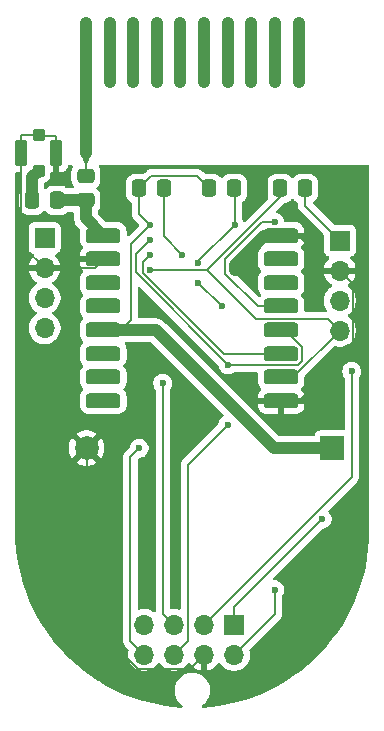
<source format=gbr>
%TF.GenerationSoftware,KiCad,Pcbnew,9.0.0*%
%TF.CreationDate,2025-03-23T12:51:39+01:00*%
%TF.ProjectId,ppicoV1,70706963-6f56-4312-9e6b-696361645f70,rev?*%
%TF.SameCoordinates,Original*%
%TF.FileFunction,Copper,L1,Top*%
%TF.FilePolarity,Positive*%
%FSLAX46Y46*%
G04 Gerber Fmt 4.6, Leading zero omitted, Abs format (unit mm)*
G04 Created by KiCad (PCBNEW 9.0.0) date 2025-03-23 12:51:39*
%MOMM*%
%LPD*%
G01*
G04 APERTURE LIST*
G04 Aperture macros list*
%AMRoundRect*
0 Rectangle with rounded corners*
0 $1 Rounding radius*
0 $2 $3 $4 $5 $6 $7 $8 $9 X,Y pos of 4 corners*
0 Add a 4 corners polygon primitive as box body*
4,1,4,$2,$3,$4,$5,$6,$7,$8,$9,$2,$3,0*
0 Add four circle primitives for the rounded corners*
1,1,$1+$1,$2,$3*
1,1,$1+$1,$4,$5*
1,1,$1+$1,$6,$7*
1,1,$1+$1,$8,$9*
0 Add four rect primitives between the rounded corners*
20,1,$1+$1,$2,$3,$4,$5,0*
20,1,$1+$1,$4,$5,$6,$7,0*
20,1,$1+$1,$6,$7,$8,$9,0*
20,1,$1+$1,$8,$9,$2,$3,0*%
%AMOutline4P*
0 Free polygon, 4 corners , with rotation*
0 The origin of the aperture is its center*
0 number of corners: always 4*
0 $1 to $8 corner X, Y*
0 $9 Rotation angle, in degrees counterclockwise*
0 create outline with 4 corners*
4,1,4,$1,$2,$3,$4,$5,$6,$7,$8,$1,$2,$9*%
G04 Aperture macros list end*
%TA.AperFunction,EtchedComponent*%
%ADD10C,1.000000*%
%TD*%
%TA.AperFunction,SMDPad,CuDef*%
%ADD11RoundRect,0.250000X-0.337500X-0.475000X0.337500X-0.475000X0.337500X0.475000X-0.337500X0.475000X0*%
%TD*%
%TA.AperFunction,SMDPad,CuDef*%
%ADD12RoundRect,0.250000X0.337500X0.475000X-0.337500X0.475000X-0.337500X-0.475000X0.337500X-0.475000X0*%
%TD*%
%TA.AperFunction,SMDPad,CuDef*%
%ADD13RoundRect,0.250000X-0.475000X0.337500X-0.475000X-0.337500X0.475000X-0.337500X0.475000X0.337500X0*%
%TD*%
%TA.AperFunction,SMDPad,CuDef*%
%ADD14RoundRect,0.100000X0.400000X0.400000X-0.400000X0.400000X-0.400000X-0.400000X0.400000X-0.400000X0*%
%TD*%
%TA.AperFunction,SMDPad,CuDef*%
%ADD15RoundRect,0.105000X0.420000X0.995000X-0.420000X0.995000X-0.420000X-0.995000X0.420000X-0.995000X0*%
%TD*%
%TA.AperFunction,ComponentPad*%
%ADD16R,1.700000X1.700000*%
%TD*%
%TA.AperFunction,ComponentPad*%
%ADD17O,1.700000X1.700000*%
%TD*%
%TA.AperFunction,SMDPad,CuDef*%
%ADD18RoundRect,0.317500X1.157500X0.317500X-1.157500X0.317500X-1.157500X-0.317500X1.157500X-0.317500X0*%
%TD*%
%TA.AperFunction,ComponentPad*%
%ADD19C,1.000000*%
%TD*%
%TA.AperFunction,SMDPad,CuDef*%
%ADD20Outline4P,-0.350000X-0.400000X0.350000X-0.400000X0.050000X0.400000X-0.050000X0.400000X180.000000*%
%TD*%
%TA.AperFunction,ComponentPad*%
%ADD21R,2.000000X2.000000*%
%TD*%
%TA.AperFunction,ComponentPad*%
%ADD22C,2.000000*%
%TD*%
%TA.AperFunction,ViaPad*%
%ADD23C,0.600000*%
%TD*%
%TA.AperFunction,Conductor*%
%ADD24C,0.200000*%
%TD*%
%TA.AperFunction,Conductor*%
%ADD25C,1.000000*%
%TD*%
G04 APERTURE END LIST*
D10*
%TO.C,AE1*%
X121000000Y-52500000D02*
X121000000Y-41500000D01*
X123000000Y-41500000D02*
X123000000Y-46500000D01*
X125000000Y-41500000D02*
X125000000Y-46500000D01*
X127000000Y-41500000D02*
X127000000Y-46500000D01*
X129000000Y-41500000D02*
X129000000Y-46500000D01*
X131000000Y-41500000D02*
X131000000Y-46500000D01*
X133000000Y-41500000D02*
X133000000Y-46500000D01*
X135000000Y-41500000D02*
X135000000Y-46500000D01*
X137000000Y-41500000D02*
X137000000Y-46500000D01*
X139000000Y-41500000D02*
X139000000Y-46500000D01*
%TD*%
D11*
%TO.P,R3,1*%
%TO.N,+3V3*%
X125500000Y-55500000D03*
%TO.P,R3,2*%
%TO.N,SCL*%
X127575000Y-55500000D03*
%TD*%
D12*
%TO.P,R2,1*%
%TO.N,+3V3*%
X139537500Y-55500000D03*
%TO.P,R2,2*%
%TO.N,RFM_MISO*%
X137462500Y-55500000D03*
%TD*%
D11*
%TO.P,R1,1*%
%TO.N,+3V3*%
X131462500Y-55500000D03*
%TO.P,R1,2*%
%TO.N,RST*%
X133537500Y-55500000D03*
%TD*%
%TO.P,R5,1*%
%TO.N,Net-(J4-In)*%
X116462500Y-56500000D03*
%TO.P,R5,2*%
%TO.N,Net-(U2-ANT)*%
X118537500Y-56500000D03*
%TD*%
D13*
%TO.P,R4,1*%
%TO.N,Net-(AE1-A)*%
X121000000Y-54425000D03*
%TO.P,R4,2*%
%TO.N,Net-(U2-ANT)*%
X121000000Y-56500000D03*
%TD*%
D14*
%TO.P,J4,1,In*%
%TO.N,Net-(J4-In)*%
X117000000Y-54000000D03*
D15*
%TO.P,J4,2,Ext*%
%TO.N,GND*%
X115525000Y-52500000D03*
D14*
X117000000Y-51000000D03*
D15*
X118475000Y-52500000D03*
%TD*%
D16*
%TO.P,J3,1,Pin_1*%
%TO.N,+3V3*%
X117500000Y-59700000D03*
D17*
%TO.P,J3,2,Pin_2*%
%TO.N,GND*%
X117500000Y-62240000D03*
%TO.P,J3,3,Pin_3*%
%TO.N,SCL*%
X117500000Y-64780000D03*
%TO.P,J3,4,Pin_4*%
%TO.N,RFM_MISO*%
X117500000Y-67320000D03*
%TD*%
D16*
%TO.P,J2,1,Pin_1*%
%TO.N,+3V3*%
X142500000Y-59920000D03*
D17*
%TO.P,J2,2,Pin_2*%
%TO.N,GND*%
X142500000Y-62460000D03*
%TO.P,J2,3,Pin_3*%
%TO.N,SCL*%
X142500000Y-65000000D03*
%TO.P,J2,4,Pin_4*%
%TO.N,RFM_MISO*%
X142500000Y-67540000D03*
%TD*%
D18*
%TO.P,U2,1,GND*%
%TO.N,GND*%
X137525000Y-73500000D03*
%TO.P,U2,2,MISO*%
%TO.N,RFM_MISO*%
X137525000Y-71500000D03*
%TO.P,U2,3,MOSI*%
%TO.N,RFM_MOSI*%
X137525000Y-69500000D03*
%TO.P,U2,4,SCK*%
%TO.N,RFM_SCK*%
X137525000Y-67500000D03*
%TO.P,U2,5,NSS*%
%TO.N,RFM_NSS*%
X137525000Y-65500000D03*
%TO.P,U2,6,RESET*%
%TO.N,unconnected-(U2-RESET-Pad6)*%
X137525000Y-63500000D03*
%TO.P,U2,7,DIO5*%
%TO.N,unconnected-(U2-DIO5-Pad7)*%
X137525000Y-61500000D03*
%TO.P,U2,8,GND*%
%TO.N,GND*%
X137525000Y-59500000D03*
%TO.P,U2,9,ANT*%
%TO.N,Net-(U2-ANT)*%
X122475000Y-59500000D03*
%TO.P,U2,10,GND*%
%TO.N,GND*%
X122475000Y-61500000D03*
%TO.P,U2,11,DIO3*%
%TO.N,unconnected-(U2-DIO3-Pad11)*%
X122475000Y-63500000D03*
%TO.P,U2,12,DIO4*%
%TO.N,unconnected-(U2-DIO4-Pad12)*%
X122475000Y-65500000D03*
%TO.P,U2,13,3.3V*%
%TO.N,+3V3*%
X122475000Y-67500000D03*
%TO.P,U2,14,DIO0*%
%TO.N,unconnected-(U2-DIO0-Pad14)*%
X122475000Y-69500000D03*
%TO.P,U2,15,DIO1*%
%TO.N,unconnected-(U2-DIO1-Pad15)*%
X122475000Y-71500000D03*
%TO.P,U2,16,DIO2*%
%TO.N,unconnected-(U2-DIO2-Pad16)*%
X122475000Y-73500000D03*
%TD*%
D19*
%TO.P,AE1,*%
%TO.N,*%
X121000000Y-41500000D03*
X123000000Y-41500000D03*
X123000000Y-46500000D03*
X125000000Y-41500000D03*
X125000000Y-46500000D03*
X127000000Y-41500000D03*
X127000000Y-46500000D03*
X129000000Y-41500000D03*
X129000000Y-46500000D03*
X131000000Y-41500000D03*
X131000000Y-46500000D03*
X133000000Y-41500000D03*
X133000000Y-46500000D03*
X135000000Y-41500000D03*
X135000000Y-46500000D03*
X137000000Y-41500000D03*
X137000000Y-46500000D03*
X139000000Y-41500000D03*
X139000000Y-46500000D03*
D20*
%TO.P,AE1,1,A*%
%TO.N,Net-(AE1-A)*%
X121000000Y-53200000D03*
%TD*%
D16*
%TO.P,J1,1,Pin_1*%
%TO.N,+3V3*%
X133540000Y-92460000D03*
D17*
%TO.P,J1,2,Pin_2*%
%TO.N,RFM_MISO*%
X133540000Y-95000000D03*
%TO.P,J1,3,Pin_3*%
%TO.N,SCL*%
X131000000Y-92460000D03*
%TO.P,J1,4,Pin_4*%
%TO.N,GND*%
X131000000Y-95000000D03*
%TO.P,J1,5,Pin_5*%
%TO.N,RST*%
X128460000Y-92460000D03*
%TO.P,J1,6,Pin_6*%
%TO.N,RFM_NSS*%
X128460000Y-95000000D03*
%TO.P,J1,7,Pin_7*%
%TO.N,RFM_MOSI*%
X125920000Y-92460000D03*
%TO.P,J1,8,Pin_8*%
%TO.N,RFM_SCK*%
X125920000Y-95000000D03*
%TD*%
D21*
%TO.P,BT1,1,+*%
%TO.N,+3V3*%
X141857455Y-77500000D03*
D22*
%TO.P,BT1,2,-*%
%TO.N,GND*%
X121057455Y-77500000D03*
%TD*%
D23*
%TO.N,RFM_MISO*%
X137000000Y-89500000D03*
%TO.N,RFM_NSS*%
X133000000Y-75500000D03*
X137525000Y-65500000D03*
%TO.N,RFM_SCK*%
X125500000Y-77500000D03*
X133026457Y-70436000D03*
%TO.N,+3V3*%
X141000000Y-83500000D03*
%TO.N,SCL*%
X143500000Y-71000000D03*
%TO.N,RST*%
X130500000Y-63500000D03*
X127500000Y-72000000D03*
X130500000Y-61805000D03*
X132500000Y-65500000D03*
%TO.N,RFM_NSS*%
X137000000Y-58365000D03*
%TO.N,RFM_SCK*%
X126412500Y-59865000D03*
%TO.N,RFM_MOSI*%
X126412500Y-61135000D03*
X137525000Y-69500000D03*
%TO.N,RFM_MISO*%
X126412500Y-62405000D03*
%TO.N,RST*%
X133587500Y-58595000D03*
%TO.N,SCL*%
X129154990Y-61135000D03*
%TO.N,+3V3*%
X126412500Y-58595000D03*
%TO.N,GND*%
X133587500Y-62405000D03*
%TD*%
D24*
%TO.N,GND*%
X117025000Y-51025000D02*
X118475000Y-51025000D01*
X117000000Y-51000000D02*
X117025000Y-51025000D01*
X118475000Y-51025000D02*
X118475000Y-52500000D01*
X115525000Y-51025000D02*
X115500000Y-51000000D01*
X115525000Y-52500000D02*
X115525000Y-51025000D01*
X115500000Y-51000000D02*
X117000000Y-51000000D01*
%TO.N,RFM_MISO*%
X142500000Y-67540000D02*
X141524000Y-66564000D01*
X141524000Y-66564000D02*
X135441500Y-66564000D01*
X135441500Y-66564000D02*
X131282500Y-62405000D01*
X137000000Y-91540000D02*
X137000000Y-89500000D01*
X133540000Y-95000000D02*
X137000000Y-91540000D01*
%TO.N,GND*%
X131000000Y-95000000D02*
X129849000Y-96151000D01*
X129849000Y-96151000D02*
X125443240Y-96151000D01*
X125443240Y-96151000D02*
X121057455Y-91765215D01*
X121057455Y-91765215D02*
X121057455Y-77500000D01*
%TO.N,RFM_NSS*%
X129611000Y-78889000D02*
X133000000Y-75500000D01*
X129611000Y-93849000D02*
X129611000Y-78889000D01*
X128460000Y-95000000D02*
X129611000Y-93849000D01*
%TO.N,RFM_SCK*%
X124769000Y-78231000D02*
X125500000Y-77500000D01*
X124769000Y-93849000D02*
X124769000Y-78231000D01*
X125920000Y-95000000D02*
X124769000Y-93849000D01*
%TO.N,+3V3*%
X133540000Y-90960000D02*
X141000000Y-83500000D01*
X133540000Y-92460000D02*
X133540000Y-90960000D01*
%TO.N,SCL*%
X143500000Y-79960000D02*
X143500000Y-71000000D01*
X131000000Y-92460000D02*
X143500000Y-79960000D01*
%TO.N,RST*%
X130500000Y-61682500D02*
X133587500Y-58595000D01*
X128460000Y-92460000D02*
X127500000Y-91500000D01*
X127500000Y-91500000D02*
X127500000Y-72000000D01*
X132500000Y-65500000D02*
X130500000Y-63500000D01*
X130500000Y-61805000D02*
X130500000Y-61682500D01*
%TO.N,RFM_NSS*%
X135889600Y-58365000D02*
X137000000Y-58365000D01*
X134127300Y-60127300D02*
X135889600Y-58365000D01*
X137525000Y-65500000D02*
X135549715Y-65500000D01*
X135549715Y-65500000D02*
X132786500Y-62736785D01*
X132786500Y-62736785D02*
X132786500Y-61468100D01*
X132786500Y-61468100D02*
X134127300Y-60127300D01*
%TO.N,+3V3*%
X126412500Y-58595000D02*
X124798061Y-60209439D01*
X124798061Y-60209439D02*
X124798061Y-66651939D01*
X123950000Y-67500000D02*
X122475000Y-67500000D01*
X124798061Y-66651939D02*
X123950000Y-67500000D01*
%TO.N,RFM_SCK*%
X137525000Y-67500000D02*
X137874692Y-67500000D01*
X139301000Y-68926308D02*
X139301000Y-70073692D01*
X137874692Y-67500000D02*
X139301000Y-68926308D01*
X138938692Y-70436000D02*
X133026457Y-70436000D01*
X133026457Y-70436000D02*
X125199061Y-62608604D01*
X139301000Y-70073692D02*
X138938692Y-70436000D01*
X125199061Y-62608604D02*
X125199061Y-61078439D01*
X125199061Y-61078439D02*
X126412500Y-59865000D01*
%TO.N,RFM_MOSI*%
X137525000Y-69500000D02*
X132657557Y-69500000D01*
X125811500Y-62653943D02*
X125811500Y-61736000D01*
X132657557Y-69500000D02*
X125811500Y-62653943D01*
X125811500Y-61736000D02*
X126412500Y-61135000D01*
%TO.N,+3V3*%
X139537500Y-55500000D02*
X139537500Y-56957500D01*
X139537500Y-56957500D02*
X142500000Y-59920000D01*
%TO.N,RFM_MISO*%
X137462500Y-55500000D02*
X137462500Y-56225000D01*
X137462500Y-56225000D02*
X131282500Y-62405000D01*
X131282500Y-62405000D02*
X126412500Y-62405000D01*
%TO.N,RST*%
X133537500Y-55500000D02*
X133587500Y-55550000D01*
X133587500Y-55550000D02*
X133587500Y-58595000D01*
%TO.N,+3V3*%
X131462500Y-55500000D02*
X130436500Y-54474000D01*
X130436500Y-54474000D02*
X126526000Y-54474000D01*
X126526000Y-54474000D02*
X125500000Y-55500000D01*
%TO.N,SCL*%
X127575000Y-55500000D02*
X127575000Y-59555010D01*
X127575000Y-59555010D02*
X129154990Y-61135000D01*
%TO.N,+3V3*%
X125500000Y-55500000D02*
X125500000Y-57682500D01*
X125500000Y-57682500D02*
X126412500Y-58595000D01*
%TO.N,GND*%
X137525000Y-59500000D02*
X136050000Y-59500000D01*
D25*
X136050000Y-59500000D02*
X133587500Y-61962500D01*
X133587500Y-61962500D02*
X133587500Y-62405000D01*
%TO.N,+3V3*%
X141857455Y-77500000D02*
X136914100Y-77500000D01*
X136914100Y-77500000D02*
X126914100Y-67500000D01*
X126914100Y-67500000D02*
X122475000Y-67500000D01*
D24*
%TO.N,GND*%
X117000000Y-51000000D02*
X117000000Y-51025000D01*
X115525000Y-52500000D02*
X115525000Y-60265000D01*
X115525000Y-60265000D02*
X117500000Y-62240000D01*
D25*
%TO.N,Net-(J4-In)*%
X116462500Y-56500000D02*
X116462500Y-54537500D01*
X116462500Y-54537500D02*
X117000000Y-54000000D01*
%TO.N,Net-(U2-ANT)*%
X121000000Y-56500000D02*
X118537500Y-56500000D01*
D24*
%TO.N,Net-(AE1-A)*%
X121000000Y-54425000D02*
X121000000Y-53301000D01*
D25*
%TO.N,Net-(U2-ANT)*%
X121000000Y-58025000D02*
X121000000Y-56500000D01*
D24*
%TO.N,GND*%
X142500000Y-62460000D02*
X140460000Y-62460000D01*
X140460000Y-62460000D02*
X140000000Y-62000000D01*
X140000000Y-60500000D02*
X139000000Y-59500000D01*
X139000000Y-73500000D02*
X143651000Y-68849000D01*
X139000000Y-59500000D02*
X137525000Y-59500000D01*
X140000000Y-62000000D02*
X140000000Y-60500000D01*
X117500000Y-62240000D02*
X121735000Y-62240000D01*
X121735000Y-62240000D02*
X122475000Y-61500000D01*
X143651000Y-68849000D02*
X143651000Y-63611000D01*
X137525000Y-73500000D02*
X139000000Y-73500000D01*
X143651000Y-63611000D02*
X142500000Y-62460000D01*
%TO.N,RFM_MISO*%
X142500000Y-67540000D02*
X138540000Y-71500000D01*
X138540000Y-71500000D02*
X137525000Y-71500000D01*
D25*
%TO.N,Net-(U2-ANT)*%
X122475000Y-59500000D02*
X121000000Y-58025000D01*
%TD*%
%TA.AperFunction,Conductor*%
%TO.N,GND*%
G36*
X144942539Y-53519685D02*
G01*
X144988294Y-53572489D01*
X144999500Y-53624000D01*
X144999500Y-84498437D01*
X144999460Y-84501578D01*
X144980327Y-85256565D01*
X144980009Y-85262840D01*
X144922779Y-86014349D01*
X144922143Y-86020599D01*
X144826928Y-86768217D01*
X144825977Y-86774427D01*
X144693012Y-87516290D01*
X144691747Y-87522444D01*
X144521386Y-88256588D01*
X144519812Y-88262670D01*
X144312474Y-88987282D01*
X144310593Y-88993276D01*
X144066830Y-89706428D01*
X144064648Y-89712320D01*
X143785069Y-90412233D01*
X143782591Y-90418006D01*
X143467938Y-91102819D01*
X143465172Y-91108460D01*
X143116215Y-91776503D01*
X143113166Y-91781996D01*
X142730824Y-92431504D01*
X142727500Y-92436835D01*
X142312782Y-93066095D01*
X142309194Y-93071252D01*
X141863096Y-93678757D01*
X141859250Y-93683725D01*
X141382980Y-94267822D01*
X141378888Y-94272589D01*
X140873625Y-94831838D01*
X140869296Y-94836391D01*
X140336391Y-95369296D01*
X140331838Y-95373625D01*
X139772589Y-95878888D01*
X139767822Y-95882980D01*
X139183725Y-96359250D01*
X139178757Y-96363096D01*
X138571252Y-96809194D01*
X138566095Y-96812782D01*
X137936835Y-97227500D01*
X137931504Y-97230824D01*
X137281996Y-97613166D01*
X137276503Y-97616215D01*
X136608460Y-97965172D01*
X136602819Y-97967938D01*
X135918006Y-98282591D01*
X135912233Y-98285069D01*
X135212320Y-98564648D01*
X135206428Y-98566830D01*
X134493276Y-98810593D01*
X134487282Y-98812474D01*
X133762670Y-99019812D01*
X133756588Y-99021386D01*
X133022444Y-99191747D01*
X133016290Y-99193012D01*
X132274427Y-99325977D01*
X132268217Y-99326928D01*
X131520599Y-99422143D01*
X131514349Y-99422779D01*
X130923097Y-99467805D01*
X130854756Y-99453268D01*
X130805124Y-99404091D01*
X130789957Y-99335887D01*
X130814073Y-99270311D01*
X130840792Y-99243848D01*
X130977510Y-99144517D01*
X131144517Y-98977510D01*
X131283343Y-98786433D01*
X131390568Y-98575992D01*
X131463553Y-98351368D01*
X131488929Y-98191150D01*
X131500500Y-98118097D01*
X131500500Y-97881902D01*
X131463553Y-97648631D01*
X131390566Y-97424003D01*
X131334002Y-97312991D01*
X131283343Y-97213567D01*
X131144517Y-97022490D01*
X130977510Y-96855483D01*
X130786433Y-96716657D01*
X130575996Y-96609433D01*
X130351368Y-96536446D01*
X130118097Y-96499500D01*
X130118092Y-96499500D01*
X129881908Y-96499500D01*
X129881903Y-96499500D01*
X129648631Y-96536446D01*
X129424003Y-96609433D01*
X129213566Y-96716657D01*
X129104550Y-96795862D01*
X129022490Y-96855483D01*
X129022488Y-96855485D01*
X129022487Y-96855485D01*
X128855485Y-97022487D01*
X128855485Y-97022488D01*
X128855483Y-97022490D01*
X128795862Y-97104550D01*
X128716657Y-97213566D01*
X128609433Y-97424003D01*
X128536446Y-97648631D01*
X128499500Y-97881902D01*
X128499500Y-98118097D01*
X128536446Y-98351368D01*
X128609433Y-98575996D01*
X128716657Y-98786433D01*
X128855483Y-98977510D01*
X129022490Y-99144517D01*
X129159203Y-99243845D01*
X129201869Y-99299175D01*
X129207848Y-99368788D01*
X129175242Y-99430583D01*
X129114404Y-99464940D01*
X129076902Y-99467805D01*
X128485650Y-99422779D01*
X128479400Y-99422143D01*
X127731782Y-99326928D01*
X127725572Y-99325977D01*
X126983709Y-99193012D01*
X126977555Y-99191747D01*
X126243411Y-99021386D01*
X126237329Y-99019812D01*
X125512717Y-98812474D01*
X125506723Y-98810593D01*
X124793571Y-98566830D01*
X124787679Y-98564648D01*
X124087766Y-98285069D01*
X124081993Y-98282591D01*
X123397180Y-97967938D01*
X123391539Y-97965172D01*
X122723496Y-97616215D01*
X122718003Y-97613166D01*
X122068495Y-97230824D01*
X122063164Y-97227500D01*
X121433904Y-96812782D01*
X121428747Y-96809194D01*
X120821242Y-96363096D01*
X120816274Y-96359250D01*
X120232177Y-95882980D01*
X120227410Y-95878888D01*
X119668161Y-95373625D01*
X119663608Y-95369296D01*
X119130703Y-94836391D01*
X119126374Y-94831838D01*
X118621111Y-94272589D01*
X118617019Y-94267822D01*
X118238895Y-93804091D01*
X118140741Y-93683715D01*
X118136903Y-93678757D01*
X118128671Y-93667547D01*
X117690803Y-93071250D01*
X117687217Y-93066095D01*
X117363698Y-92575213D01*
X117272494Y-92436827D01*
X117269175Y-92431504D01*
X116886833Y-91781996D01*
X116883784Y-91776503D01*
X116534827Y-91108460D01*
X116532061Y-91102819D01*
X116217408Y-90418006D01*
X116214930Y-90412233D01*
X116082126Y-90079765D01*
X115935346Y-89712306D01*
X115933169Y-89706428D01*
X115889560Y-89578846D01*
X115689403Y-88993266D01*
X115687525Y-88987282D01*
X115480183Y-88262654D01*
X115478613Y-88256588D01*
X115308246Y-87522417D01*
X115306992Y-87516316D01*
X115174021Y-86774422D01*
X115173071Y-86768217D01*
X115077856Y-86020599D01*
X115077220Y-86014349D01*
X115019990Y-85262840D01*
X115019672Y-85256565D01*
X115000540Y-84501578D01*
X115000500Y-84498437D01*
X115000500Y-77381947D01*
X119557455Y-77381947D01*
X119557455Y-77618052D01*
X119594389Y-77851247D01*
X119667352Y-78075802D01*
X119774542Y-78286174D01*
X119834793Y-78369104D01*
X119834795Y-78369105D01*
X120379876Y-77824024D01*
X120392814Y-77855258D01*
X120474892Y-77978097D01*
X120579358Y-78082563D01*
X120702197Y-78164641D01*
X120733429Y-78177578D01*
X120188348Y-78722658D01*
X120271283Y-78782914D01*
X120481652Y-78890102D01*
X120706207Y-78963065D01*
X120706206Y-78963065D01*
X120939403Y-79000000D01*
X121175507Y-79000000D01*
X121408702Y-78963065D01*
X121633257Y-78890102D01*
X121843618Y-78782918D01*
X121843624Y-78782914D01*
X121926559Y-78722658D01*
X121926560Y-78722658D01*
X121381479Y-78177578D01*
X121412713Y-78164641D01*
X121535552Y-78082563D01*
X121640018Y-77978097D01*
X121722096Y-77855258D01*
X121735033Y-77824024D01*
X122280113Y-78369105D01*
X122280113Y-78369104D01*
X122340369Y-78286169D01*
X122340373Y-78286163D01*
X122447557Y-78075802D01*
X122520520Y-77851247D01*
X122557455Y-77618052D01*
X122557455Y-77381947D01*
X122520520Y-77148752D01*
X122447557Y-76924197D01*
X122340369Y-76713828D01*
X122280113Y-76630894D01*
X122280113Y-76630893D01*
X121735032Y-77175974D01*
X121722096Y-77144742D01*
X121640018Y-77021903D01*
X121535552Y-76917437D01*
X121412713Y-76835359D01*
X121381479Y-76822421D01*
X121926560Y-76277340D01*
X121926559Y-76277338D01*
X121843629Y-76217087D01*
X121633257Y-76109897D01*
X121408702Y-76036934D01*
X121408703Y-76036934D01*
X121175507Y-76000000D01*
X120939403Y-76000000D01*
X120706207Y-76036934D01*
X120481652Y-76109897D01*
X120271285Y-76217084D01*
X120188349Y-76277340D01*
X120733430Y-76822421D01*
X120702197Y-76835359D01*
X120579358Y-76917437D01*
X120474892Y-77021903D01*
X120392814Y-77144742D01*
X120379876Y-77175975D01*
X119834795Y-76630894D01*
X119774539Y-76713830D01*
X119667352Y-76924197D01*
X119594389Y-77148752D01*
X119557455Y-77381947D01*
X115000500Y-77381947D01*
X115000500Y-58802135D01*
X116149500Y-58802135D01*
X116149500Y-60597870D01*
X116149501Y-60597876D01*
X116155908Y-60657483D01*
X116206202Y-60792328D01*
X116206206Y-60792335D01*
X116292452Y-60907544D01*
X116292455Y-60907547D01*
X116407664Y-60993793D01*
X116407671Y-60993797D01*
X116459997Y-61013313D01*
X116539598Y-61043002D01*
X116595531Y-61084873D01*
X116619949Y-61150337D01*
X116605098Y-61218610D01*
X116583947Y-61246865D01*
X116470271Y-61360541D01*
X116345379Y-61532442D01*
X116248904Y-61721782D01*
X116183242Y-61923870D01*
X116183242Y-61923873D01*
X116172769Y-61990000D01*
X117066988Y-61990000D01*
X117034075Y-62047007D01*
X117000000Y-62174174D01*
X117000000Y-62305826D01*
X117034075Y-62432993D01*
X117066988Y-62490000D01*
X116172769Y-62490000D01*
X116183242Y-62556126D01*
X116183242Y-62556129D01*
X116248904Y-62758217D01*
X116345379Y-62947557D01*
X116470272Y-63119459D01*
X116470276Y-63119464D01*
X116620535Y-63269723D01*
X116620540Y-63269727D01*
X116792444Y-63394622D01*
X116801495Y-63399234D01*
X116852292Y-63447208D01*
X116869087Y-63515029D01*
X116846550Y-63581164D01*
X116801499Y-63620202D01*
X116792182Y-63624949D01*
X116620213Y-63749890D01*
X116469890Y-63900213D01*
X116344951Y-64072179D01*
X116248444Y-64261585D01*
X116182753Y-64463760D01*
X116151762Y-64659430D01*
X116149500Y-64673713D01*
X116149500Y-64886287D01*
X116182754Y-65096243D01*
X116195854Y-65136562D01*
X116248444Y-65298414D01*
X116344951Y-65487820D01*
X116469890Y-65659786D01*
X116620213Y-65810109D01*
X116792182Y-65935050D01*
X116800946Y-65939516D01*
X116851742Y-65987491D01*
X116868536Y-66055312D01*
X116845998Y-66121447D01*
X116800946Y-66160484D01*
X116792182Y-66164949D01*
X116620213Y-66289890D01*
X116469890Y-66440213D01*
X116344951Y-66612179D01*
X116248444Y-66801585D01*
X116182753Y-67003760D01*
X116149500Y-67213713D01*
X116149500Y-67426286D01*
X116182753Y-67636239D01*
X116248444Y-67838414D01*
X116344951Y-68027820D01*
X116469890Y-68199786D01*
X116620213Y-68350109D01*
X116792179Y-68475048D01*
X116792181Y-68475049D01*
X116792184Y-68475051D01*
X116981588Y-68571557D01*
X117183757Y-68637246D01*
X117393713Y-68670500D01*
X117393714Y-68670500D01*
X117606286Y-68670500D01*
X117606287Y-68670500D01*
X117816243Y-68637246D01*
X118018412Y-68571557D01*
X118207816Y-68475051D01*
X118248096Y-68445786D01*
X118379786Y-68350109D01*
X118379788Y-68350106D01*
X118379792Y-68350104D01*
X118530104Y-68199792D01*
X118530106Y-68199788D01*
X118530109Y-68199786D01*
X118655048Y-68027820D01*
X118655047Y-68027820D01*
X118655051Y-68027816D01*
X118751557Y-67838412D01*
X118817246Y-67636243D01*
X118850500Y-67426287D01*
X118850500Y-67213713D01*
X118817246Y-67003757D01*
X118751557Y-66801588D01*
X118655051Y-66612184D01*
X118655049Y-66612181D01*
X118655048Y-66612179D01*
X118530109Y-66440213D01*
X118379786Y-66289890D01*
X118207820Y-66164951D01*
X118207115Y-66164591D01*
X118199054Y-66160485D01*
X118148259Y-66112512D01*
X118131463Y-66044692D01*
X118153999Y-65978556D01*
X118199054Y-65939515D01*
X118207816Y-65935051D01*
X118255406Y-65900475D01*
X118379786Y-65810109D01*
X118379788Y-65810106D01*
X118379792Y-65810104D01*
X118530104Y-65659792D01*
X118530106Y-65659788D01*
X118530109Y-65659786D01*
X118655048Y-65487820D01*
X118655047Y-65487820D01*
X118655051Y-65487816D01*
X118751557Y-65298412D01*
X118817246Y-65096243D01*
X118850500Y-64886287D01*
X118850500Y-64673713D01*
X118817246Y-64463757D01*
X118751557Y-64261588D01*
X118655051Y-64072184D01*
X118655049Y-64072181D01*
X118655048Y-64072179D01*
X118530109Y-63900213D01*
X118379786Y-63749890D01*
X118207817Y-63624949D01*
X118198504Y-63620204D01*
X118147707Y-63572230D01*
X118130912Y-63504409D01*
X118153449Y-63438274D01*
X118198507Y-63399232D01*
X118207558Y-63394620D01*
X118379459Y-63269727D01*
X118379464Y-63269723D01*
X118529723Y-63119464D01*
X118529727Y-63119459D01*
X118654620Y-62947557D01*
X118751095Y-62758217D01*
X118816757Y-62556129D01*
X118816757Y-62556126D01*
X118827231Y-62490000D01*
X117933012Y-62490000D01*
X117965925Y-62432993D01*
X118000000Y-62305826D01*
X118000000Y-62174174D01*
X117965925Y-62047007D01*
X117933012Y-61990000D01*
X118827231Y-61990000D01*
X118816757Y-61923873D01*
X118816757Y-61923870D01*
X118751095Y-61721782D01*
X118654620Y-61532442D01*
X118529727Y-61360540D01*
X118529723Y-61360535D01*
X118416053Y-61246865D01*
X118382568Y-61185542D01*
X118387552Y-61115850D01*
X118429424Y-61059917D01*
X118460400Y-61043002D01*
X118577499Y-60999328D01*
X118592326Y-60993798D01*
X118592326Y-60993797D01*
X118592331Y-60993796D01*
X118707546Y-60907546D01*
X118793796Y-60792331D01*
X118844091Y-60657483D01*
X118850500Y-60597873D01*
X118850499Y-58802128D01*
X118844091Y-58742517D01*
X118832878Y-58712454D01*
X118793797Y-58607671D01*
X118793793Y-58607664D01*
X118707547Y-58492455D01*
X118707544Y-58492452D01*
X118592335Y-58406206D01*
X118592328Y-58406202D01*
X118457482Y-58355908D01*
X118457483Y-58355908D01*
X118397883Y-58349501D01*
X118397881Y-58349500D01*
X118397873Y-58349500D01*
X118397864Y-58349500D01*
X116602129Y-58349500D01*
X116602123Y-58349501D01*
X116542516Y-58355908D01*
X116407671Y-58406202D01*
X116407664Y-58406206D01*
X116292455Y-58492452D01*
X116292452Y-58492455D01*
X116206206Y-58607664D01*
X116206202Y-58607671D01*
X116155908Y-58742517D01*
X116149501Y-58802116D01*
X116149501Y-58802123D01*
X116149500Y-58802135D01*
X115000500Y-58802135D01*
X115000500Y-54223999D01*
X115020185Y-54156960D01*
X115072989Y-54111205D01*
X115124500Y-54099999D01*
X115378329Y-54099999D01*
X115445368Y-54119684D01*
X115491123Y-54172488D01*
X115501067Y-54241646D01*
X115499946Y-54248190D01*
X115462000Y-54438954D01*
X115462000Y-55635134D01*
X115443541Y-55700225D01*
X115441188Y-55704039D01*
X115440185Y-55705667D01*
X115425000Y-55751494D01*
X115385001Y-55872203D01*
X115385001Y-55872204D01*
X115385000Y-55872204D01*
X115374500Y-55974983D01*
X115374500Y-57025001D01*
X115374501Y-57025019D01*
X115385000Y-57127796D01*
X115385001Y-57127799D01*
X115421984Y-57239404D01*
X115440186Y-57294334D01*
X115532288Y-57443656D01*
X115656344Y-57567712D01*
X115805666Y-57659814D01*
X115972203Y-57714999D01*
X116074991Y-57725500D01*
X116850008Y-57725499D01*
X116850016Y-57725498D01*
X116850019Y-57725498D01*
X116906302Y-57719748D01*
X116952797Y-57714999D01*
X117119334Y-57659814D01*
X117268656Y-57567712D01*
X117392712Y-57443656D01*
X117394461Y-57440819D01*
X117396169Y-57439283D01*
X117397193Y-57437989D01*
X117397414Y-57438163D01*
X117446406Y-57394096D01*
X117515368Y-57382872D01*
X117579451Y-57410713D01*
X117605537Y-57440817D01*
X117607288Y-57443656D01*
X117731344Y-57567712D01*
X117880666Y-57659814D01*
X118047203Y-57714999D01*
X118149991Y-57725500D01*
X118925008Y-57725499D01*
X118925016Y-57725498D01*
X118925019Y-57725498D01*
X118981302Y-57719748D01*
X119027797Y-57714999D01*
X119194334Y-57659814D01*
X119343656Y-57567712D01*
X119374549Y-57536819D01*
X119435872Y-57503334D01*
X119462230Y-57500500D01*
X119875500Y-57500500D01*
X119942539Y-57520185D01*
X119988294Y-57572989D01*
X119999500Y-57624500D01*
X119999500Y-58123541D01*
X120007353Y-58163020D01*
X120037949Y-58316836D01*
X120054134Y-58355909D01*
X120057664Y-58364431D01*
X120057666Y-58364439D01*
X120113364Y-58498906D01*
X120113371Y-58498919D01*
X120222860Y-58662782D01*
X120366537Y-58806459D01*
X120366559Y-58806479D01*
X120477237Y-58917157D01*
X120510722Y-58978480D01*
X120512776Y-59018721D01*
X120499500Y-59136554D01*
X120499500Y-59863442D01*
X120514961Y-60000671D01*
X120575845Y-60174665D01*
X120673915Y-60330742D01*
X120755845Y-60412672D01*
X120789330Y-60473995D01*
X120784346Y-60543687D01*
X120755846Y-60588034D01*
X120674307Y-60669573D01*
X120576296Y-60825556D01*
X120515452Y-60999440D01*
X120515451Y-60999446D01*
X120500000Y-61136581D01*
X120500000Y-61250000D01*
X122351000Y-61250000D01*
X122418039Y-61269685D01*
X122463794Y-61322489D01*
X122475000Y-61374000D01*
X122475000Y-61626000D01*
X122455315Y-61693039D01*
X122402511Y-61738794D01*
X122351000Y-61750000D01*
X120500000Y-61750000D01*
X120500000Y-61863418D01*
X120515451Y-62000553D01*
X120515452Y-62000559D01*
X120576296Y-62174443D01*
X120674308Y-62330428D01*
X120755845Y-62411965D01*
X120789330Y-62473288D01*
X120784346Y-62542980D01*
X120755846Y-62587327D01*
X120673914Y-62669259D01*
X120575845Y-62825334D01*
X120514961Y-62999328D01*
X120499500Y-63136557D01*
X120499500Y-63863442D01*
X120514961Y-64000671D01*
X120575845Y-64174665D01*
X120673915Y-64330742D01*
X120755492Y-64412319D01*
X120788977Y-64473642D01*
X120783993Y-64543334D01*
X120755492Y-64587681D01*
X120673915Y-64669257D01*
X120575845Y-64825334D01*
X120514961Y-64999328D01*
X120499500Y-65136557D01*
X120499500Y-65863442D01*
X120514961Y-66000671D01*
X120557223Y-66121447D01*
X120568980Y-66155048D01*
X120575845Y-66174665D01*
X120673915Y-66330742D01*
X120755492Y-66412319D01*
X120788977Y-66473642D01*
X120783993Y-66543334D01*
X120755492Y-66587681D01*
X120673915Y-66669257D01*
X120575845Y-66825334D01*
X120514961Y-66999328D01*
X120499500Y-67136557D01*
X120499500Y-67863442D01*
X120514961Y-68000671D01*
X120575845Y-68174665D01*
X120673915Y-68330742D01*
X120755492Y-68412319D01*
X120788977Y-68473642D01*
X120783993Y-68543334D01*
X120755492Y-68587681D01*
X120673915Y-68669257D01*
X120575845Y-68825334D01*
X120514961Y-68999328D01*
X120499500Y-69136557D01*
X120499500Y-69863442D01*
X120514961Y-70000671D01*
X120575845Y-70174665D01*
X120673915Y-70330742D01*
X120755492Y-70412319D01*
X120788977Y-70473642D01*
X120783993Y-70543334D01*
X120755492Y-70587681D01*
X120673915Y-70669257D01*
X120575845Y-70825334D01*
X120514961Y-70999328D01*
X120499500Y-71136557D01*
X120499500Y-71863442D01*
X120514961Y-72000671D01*
X120575845Y-72174665D01*
X120673915Y-72330742D01*
X120755492Y-72412319D01*
X120788977Y-72473642D01*
X120783993Y-72543334D01*
X120755492Y-72587681D01*
X120673915Y-72669257D01*
X120575845Y-72825334D01*
X120514961Y-72999328D01*
X120499500Y-73136557D01*
X120499500Y-73863442D01*
X120514961Y-74000671D01*
X120561229Y-74132896D01*
X120575844Y-74174663D01*
X120673915Y-74330742D01*
X120804258Y-74461085D01*
X120960337Y-74559156D01*
X121092559Y-74605422D01*
X121134328Y-74620038D01*
X121222090Y-74629925D01*
X121271557Y-74635499D01*
X121271558Y-74635500D01*
X121271562Y-74635500D01*
X123678442Y-74635500D01*
X123678442Y-74635499D01*
X123740673Y-74628487D01*
X123815671Y-74620038D01*
X123817074Y-74619547D01*
X123989663Y-74559156D01*
X124145742Y-74461085D01*
X124276085Y-74330742D01*
X124374156Y-74174663D01*
X124435037Y-74000674D01*
X124435037Y-74000673D01*
X124435038Y-74000671D01*
X124443487Y-73925673D01*
X124450500Y-73863438D01*
X124450500Y-73136562D01*
X124435051Y-72999446D01*
X124435038Y-72999328D01*
X124420422Y-72957559D01*
X124374156Y-72825337D01*
X124276085Y-72669258D01*
X124194508Y-72587681D01*
X124161023Y-72526358D01*
X124166007Y-72456666D01*
X124194508Y-72412319D01*
X124227655Y-72379172D01*
X124276085Y-72330742D01*
X124374156Y-72174663D01*
X124435037Y-72000674D01*
X124435037Y-72000673D01*
X124435038Y-72000671D01*
X124443997Y-71921153D01*
X124450500Y-71863438D01*
X124450500Y-71136562D01*
X124443996Y-71078842D01*
X124435038Y-70999328D01*
X124407683Y-70921153D01*
X124374156Y-70825337D01*
X124276085Y-70669258D01*
X124194508Y-70587681D01*
X124161023Y-70526358D01*
X124166007Y-70456666D01*
X124194508Y-70412319D01*
X124228617Y-70378210D01*
X124276085Y-70330742D01*
X124374156Y-70174663D01*
X124435037Y-70000674D01*
X124435037Y-70000673D01*
X124435038Y-70000671D01*
X124443487Y-69925673D01*
X124450500Y-69863438D01*
X124450500Y-69136562D01*
X124442348Y-69064212D01*
X124435038Y-68999328D01*
X124414743Y-68941329D01*
X124374156Y-68825337D01*
X124374154Y-68825334D01*
X124374154Y-68825333D01*
X124289415Y-68690473D01*
X124270414Y-68623236D01*
X124290781Y-68556401D01*
X124344049Y-68511186D01*
X124394408Y-68500500D01*
X126448318Y-68500500D01*
X126515357Y-68520185D01*
X126535999Y-68536819D01*
X132615267Y-74616087D01*
X132648752Y-74677410D01*
X132643768Y-74747102D01*
X132601896Y-74803035D01*
X132596478Y-74806869D01*
X132489713Y-74878208D01*
X132489707Y-74878213D01*
X132378213Y-74989707D01*
X132378210Y-74989711D01*
X132290609Y-75120814D01*
X132290602Y-75120827D01*
X132230264Y-75266498D01*
X132230261Y-75266508D01*
X132199362Y-75421848D01*
X132166977Y-75483759D01*
X132165426Y-75485337D01*
X129244762Y-78406001D01*
X129244753Y-78406010D01*
X129242286Y-78408478D01*
X129242284Y-78408480D01*
X129130480Y-78520284D01*
X129114552Y-78547873D01*
X129051423Y-78657215D01*
X129010499Y-78809943D01*
X129010499Y-78809945D01*
X129010499Y-78978046D01*
X129010500Y-78978059D01*
X129010500Y-91048197D01*
X128990815Y-91115236D01*
X128938011Y-91160991D01*
X128868853Y-91170935D01*
X128848183Y-91166128D01*
X128776244Y-91142754D01*
X128776240Y-91142753D01*
X128614957Y-91117208D01*
X128566287Y-91109500D01*
X128353713Y-91109500D01*
X128300438Y-91117938D01*
X128243898Y-91126893D01*
X128174604Y-91117938D01*
X128121152Y-91072942D01*
X128100513Y-91006191D01*
X128100500Y-91004420D01*
X128100500Y-72579765D01*
X128120185Y-72512726D01*
X128121398Y-72510874D01*
X128209390Y-72379185D01*
X128209390Y-72379184D01*
X128209394Y-72379179D01*
X128269737Y-72233497D01*
X128300500Y-72078842D01*
X128300500Y-71921158D01*
X128300500Y-71921155D01*
X128300499Y-71921153D01*
X128269738Y-71766510D01*
X128269737Y-71766503D01*
X128269735Y-71766498D01*
X128209397Y-71620827D01*
X128209390Y-71620814D01*
X128121789Y-71489711D01*
X128121786Y-71489707D01*
X128010292Y-71378213D01*
X128010288Y-71378210D01*
X127879185Y-71290609D01*
X127879172Y-71290602D01*
X127733501Y-71230264D01*
X127733489Y-71230261D01*
X127578845Y-71199500D01*
X127578842Y-71199500D01*
X127421158Y-71199500D01*
X127421155Y-71199500D01*
X127266510Y-71230261D01*
X127266498Y-71230264D01*
X127120827Y-71290602D01*
X127120814Y-71290609D01*
X126989711Y-71378210D01*
X126989707Y-71378213D01*
X126878213Y-71489707D01*
X126878210Y-71489711D01*
X126790609Y-71620814D01*
X126790602Y-71620827D01*
X126730264Y-71766498D01*
X126730261Y-71766510D01*
X126699500Y-71921153D01*
X126699500Y-72078846D01*
X126730261Y-72233489D01*
X126730264Y-72233501D01*
X126790602Y-72379172D01*
X126790609Y-72379185D01*
X126878602Y-72510874D01*
X126899480Y-72577551D01*
X126899500Y-72579765D01*
X126899500Y-91258974D01*
X126879815Y-91326013D01*
X126827011Y-91371768D01*
X126757853Y-91381712D01*
X126702615Y-91359293D01*
X126627815Y-91304948D01*
X126438414Y-91208444D01*
X126438413Y-91208443D01*
X126438412Y-91208443D01*
X126236243Y-91142754D01*
X126236241Y-91142753D01*
X126236240Y-91142753D01*
X126074957Y-91117208D01*
X126026287Y-91109500D01*
X125813713Y-91109500D01*
X125790365Y-91113198D01*
X125603759Y-91142753D01*
X125603755Y-91142754D01*
X125531817Y-91166128D01*
X125461976Y-91168123D01*
X125402143Y-91132042D01*
X125371316Y-91069341D01*
X125369500Y-91048197D01*
X125369500Y-78531097D01*
X125378145Y-78501653D01*
X125384668Y-78471671D01*
X125388422Y-78466655D01*
X125389185Y-78464058D01*
X125405813Y-78443421D01*
X125514663Y-78334571D01*
X125575982Y-78301089D01*
X125578150Y-78300638D01*
X125650918Y-78286163D01*
X125733497Y-78269737D01*
X125879179Y-78209394D01*
X126010289Y-78121789D01*
X126121789Y-78010289D01*
X126209394Y-77879179D01*
X126269737Y-77733497D01*
X126300500Y-77578842D01*
X126300500Y-77421158D01*
X126300500Y-77421155D01*
X126300499Y-77421153D01*
X126269738Y-77266510D01*
X126269738Y-77266508D01*
X126269737Y-77266503D01*
X126269735Y-77266498D01*
X126209397Y-77120827D01*
X126209390Y-77120814D01*
X126121789Y-76989711D01*
X126121786Y-76989707D01*
X126010292Y-76878213D01*
X126010288Y-76878210D01*
X125879185Y-76790609D01*
X125879172Y-76790602D01*
X125733501Y-76730264D01*
X125733489Y-76730261D01*
X125578845Y-76699500D01*
X125578842Y-76699500D01*
X125421158Y-76699500D01*
X125421155Y-76699500D01*
X125266510Y-76730261D01*
X125266498Y-76730264D01*
X125120827Y-76790602D01*
X125120814Y-76790609D01*
X124989711Y-76878210D01*
X124989707Y-76878213D01*
X124878213Y-76989707D01*
X124878210Y-76989711D01*
X124790609Y-77120814D01*
X124790602Y-77120827D01*
X124730264Y-77266498D01*
X124730261Y-77266508D01*
X124699361Y-77421850D01*
X124666976Y-77483761D01*
X124665425Y-77485339D01*
X124288481Y-77862282D01*
X124288479Y-77862284D01*
X124278722Y-77879185D01*
X124258236Y-77914669D01*
X124209423Y-77999215D01*
X124168499Y-78151943D01*
X124168499Y-78151945D01*
X124168499Y-78320046D01*
X124168500Y-78320059D01*
X124168500Y-93762330D01*
X124168499Y-93762348D01*
X124168499Y-93928054D01*
X124168498Y-93928054D01*
X124209423Y-94080787D01*
X124228234Y-94113366D01*
X124228235Y-94113369D01*
X124288475Y-94217709D01*
X124288481Y-94217717D01*
X124407349Y-94336585D01*
X124407355Y-94336590D01*
X124586241Y-94515476D01*
X124619726Y-94576799D01*
X124616492Y-94641473D01*
X124602753Y-94683757D01*
X124583233Y-94807007D01*
X124569500Y-94893713D01*
X124569500Y-95106287D01*
X124579534Y-95169644D01*
X124602753Y-95316239D01*
X124668444Y-95518414D01*
X124764951Y-95707820D01*
X124889890Y-95879786D01*
X125040213Y-96030109D01*
X125212179Y-96155048D01*
X125212181Y-96155049D01*
X125212184Y-96155051D01*
X125401588Y-96251557D01*
X125603757Y-96317246D01*
X125813713Y-96350500D01*
X125813714Y-96350500D01*
X126026286Y-96350500D01*
X126026287Y-96350500D01*
X126236243Y-96317246D01*
X126438412Y-96251557D01*
X126627816Y-96155051D01*
X126714865Y-96091807D01*
X126799786Y-96030109D01*
X126799788Y-96030106D01*
X126799792Y-96030104D01*
X126950104Y-95879792D01*
X126950106Y-95879788D01*
X126950109Y-95879786D01*
X127075048Y-95707820D01*
X127075047Y-95707820D01*
X127075051Y-95707816D01*
X127079514Y-95699054D01*
X127127488Y-95648259D01*
X127195308Y-95631463D01*
X127261444Y-95653999D01*
X127300486Y-95699056D01*
X127304951Y-95707820D01*
X127429890Y-95879786D01*
X127580213Y-96030109D01*
X127752179Y-96155048D01*
X127752181Y-96155049D01*
X127752184Y-96155051D01*
X127941588Y-96251557D01*
X128143757Y-96317246D01*
X128353713Y-96350500D01*
X128353714Y-96350500D01*
X128566286Y-96350500D01*
X128566287Y-96350500D01*
X128776243Y-96317246D01*
X128978412Y-96251557D01*
X129167816Y-96155051D01*
X129254865Y-96091807D01*
X129339786Y-96030109D01*
X129339788Y-96030106D01*
X129339792Y-96030104D01*
X129490104Y-95879792D01*
X129490106Y-95879788D01*
X129490109Y-95879786D01*
X129615048Y-95707820D01*
X129615051Y-95707816D01*
X129619793Y-95698508D01*
X129667763Y-95647711D01*
X129735583Y-95630911D01*
X129801719Y-95653445D01*
X129840763Y-95698500D01*
X129845377Y-95707555D01*
X129970272Y-95879459D01*
X129970276Y-95879464D01*
X130120535Y-96029723D01*
X130120540Y-96029727D01*
X130292442Y-96154620D01*
X130481782Y-96251095D01*
X130683871Y-96316757D01*
X130750000Y-96327231D01*
X130750000Y-95433012D01*
X130807007Y-95465925D01*
X130934174Y-95500000D01*
X131065826Y-95500000D01*
X131192993Y-95465925D01*
X131250000Y-95433012D01*
X131250000Y-96327230D01*
X131316126Y-96316757D01*
X131316129Y-96316757D01*
X131518217Y-96251095D01*
X131707557Y-96154620D01*
X131879459Y-96029727D01*
X131879464Y-96029723D01*
X132029723Y-95879464D01*
X132029727Y-95879459D01*
X132154620Y-95707558D01*
X132159232Y-95698507D01*
X132207205Y-95647709D01*
X132275025Y-95630912D01*
X132341161Y-95653447D01*
X132380204Y-95698504D01*
X132384949Y-95707817D01*
X132509890Y-95879786D01*
X132660213Y-96030109D01*
X132832179Y-96155048D01*
X132832181Y-96155049D01*
X132832184Y-96155051D01*
X133021588Y-96251557D01*
X133223757Y-96317246D01*
X133433713Y-96350500D01*
X133433714Y-96350500D01*
X133646286Y-96350500D01*
X133646287Y-96350500D01*
X133856243Y-96317246D01*
X134058412Y-96251557D01*
X134247816Y-96155051D01*
X134334865Y-96091807D01*
X134419786Y-96030109D01*
X134419788Y-96030106D01*
X134419792Y-96030104D01*
X134570104Y-95879792D01*
X134570106Y-95879788D01*
X134570109Y-95879786D01*
X134695048Y-95707820D01*
X134695047Y-95707820D01*
X134695051Y-95707816D01*
X134791557Y-95518412D01*
X134857246Y-95316243D01*
X134890500Y-95106287D01*
X134890500Y-94893713D01*
X134857246Y-94683757D01*
X134843506Y-94641473D01*
X134841512Y-94571635D01*
X134873755Y-94515478D01*
X137368713Y-92020521D01*
X137368716Y-92020520D01*
X137480520Y-91908716D01*
X137530639Y-91821904D01*
X137559577Y-91771785D01*
X137600501Y-91619057D01*
X137600501Y-91460943D01*
X137600501Y-91453348D01*
X137600500Y-91453330D01*
X137600500Y-90079765D01*
X137620185Y-90012726D01*
X137621398Y-90010874D01*
X137709390Y-89879185D01*
X137709390Y-89879184D01*
X137709394Y-89879179D01*
X137769737Y-89733497D01*
X137800500Y-89578842D01*
X137800500Y-89421158D01*
X137800500Y-89421155D01*
X137800499Y-89421153D01*
X137786505Y-89350802D01*
X137769737Y-89266503D01*
X137769735Y-89266498D01*
X137709397Y-89120827D01*
X137709390Y-89120814D01*
X137621789Y-88989711D01*
X137621786Y-88989707D01*
X137510292Y-88878213D01*
X137510288Y-88878210D01*
X137379185Y-88790609D01*
X137379172Y-88790602D01*
X137233501Y-88730264D01*
X137233489Y-88730261D01*
X137078845Y-88699500D01*
X137078842Y-88699500D01*
X136949096Y-88699500D01*
X136882057Y-88679815D01*
X136836302Y-88627011D01*
X136826358Y-88557853D01*
X136855383Y-88494297D01*
X136861415Y-88487819D01*
X137342448Y-88006786D01*
X141014662Y-84334572D01*
X141075983Y-84301089D01*
X141078150Y-84300638D01*
X141136085Y-84289113D01*
X141233497Y-84269737D01*
X141379179Y-84209394D01*
X141510289Y-84121789D01*
X141621789Y-84010289D01*
X141709394Y-83879179D01*
X141769737Y-83733497D01*
X141800500Y-83578842D01*
X141800500Y-83421158D01*
X141800500Y-83421155D01*
X141800499Y-83421153D01*
X141769738Y-83266510D01*
X141769737Y-83266503D01*
X141769735Y-83266498D01*
X141709397Y-83120827D01*
X141709390Y-83120814D01*
X141621789Y-82989711D01*
X141621786Y-82989707D01*
X141558338Y-82926259D01*
X141524853Y-82864936D01*
X141529837Y-82795244D01*
X141558338Y-82750897D01*
X143980520Y-80328716D01*
X144059577Y-80191784D01*
X144100501Y-80039057D01*
X144100501Y-79880942D01*
X144100501Y-79873347D01*
X144100500Y-79873329D01*
X144100500Y-71579765D01*
X144120185Y-71512726D01*
X144121398Y-71510874D01*
X144168691Y-71440096D01*
X144209394Y-71379179D01*
X144269737Y-71233497D01*
X144300500Y-71078842D01*
X144300500Y-70921158D01*
X144300500Y-70921155D01*
X144300499Y-70921153D01*
X144281439Y-70825334D01*
X144269737Y-70766503D01*
X144229457Y-70669257D01*
X144209397Y-70620827D01*
X144209390Y-70620814D01*
X144121789Y-70489711D01*
X144121786Y-70489707D01*
X144010292Y-70378213D01*
X144010288Y-70378210D01*
X143879185Y-70290609D01*
X143879172Y-70290602D01*
X143733501Y-70230264D01*
X143733489Y-70230261D01*
X143578845Y-70199500D01*
X143578842Y-70199500D01*
X143421158Y-70199500D01*
X143421155Y-70199500D01*
X143266510Y-70230261D01*
X143266498Y-70230264D01*
X143120827Y-70290602D01*
X143120814Y-70290609D01*
X142989711Y-70378210D01*
X142989707Y-70378213D01*
X142878213Y-70489707D01*
X142878210Y-70489711D01*
X142790609Y-70620814D01*
X142790602Y-70620827D01*
X142730264Y-70766498D01*
X142730261Y-70766510D01*
X142699500Y-70921153D01*
X142699500Y-71078846D01*
X142730261Y-71233489D01*
X142730264Y-71233501D01*
X142790602Y-71379172D01*
X142790609Y-71379185D01*
X142878602Y-71510874D01*
X142899480Y-71577551D01*
X142899500Y-71579765D01*
X142899500Y-75875500D01*
X142879815Y-75942539D01*
X142827011Y-75988294D01*
X142775500Y-75999500D01*
X140809584Y-75999500D01*
X140809578Y-75999501D01*
X140749971Y-76005908D01*
X140615126Y-76056202D01*
X140615119Y-76056206D01*
X140499910Y-76142452D01*
X140499907Y-76142455D01*
X140413661Y-76257664D01*
X140413657Y-76257671D01*
X140363363Y-76392517D01*
X140361581Y-76400062D01*
X140359308Y-76399525D01*
X140337026Y-76453312D01*
X140279632Y-76493157D01*
X140240479Y-76499500D01*
X137379883Y-76499500D01*
X137312844Y-76479815D01*
X137292202Y-76463181D01*
X134692439Y-73863418D01*
X135550000Y-73863418D01*
X135565451Y-74000553D01*
X135565452Y-74000559D01*
X135626296Y-74174443D01*
X135724308Y-74330428D01*
X135854571Y-74460691D01*
X136010556Y-74558703D01*
X136184440Y-74619547D01*
X136184446Y-74619548D01*
X136321581Y-74634999D01*
X136321585Y-74635000D01*
X137275000Y-74635000D01*
X137775000Y-74635000D01*
X138728415Y-74635000D01*
X138728418Y-74634999D01*
X138865553Y-74619548D01*
X138865559Y-74619547D01*
X139039443Y-74558703D01*
X139195428Y-74460691D01*
X139325691Y-74330428D01*
X139423703Y-74174443D01*
X139484547Y-74000559D01*
X139484548Y-74000553D01*
X139499999Y-73863418D01*
X139500000Y-73863414D01*
X139500000Y-73750000D01*
X137775000Y-73750000D01*
X137775000Y-74635000D01*
X137275000Y-74635000D01*
X137275000Y-73750000D01*
X135550000Y-73750000D01*
X135550000Y-73863418D01*
X134692439Y-73863418D01*
X134615340Y-73786319D01*
X127698309Y-66869289D01*
X127698306Y-66869285D01*
X127698306Y-66869286D01*
X127691239Y-66862219D01*
X127691239Y-66862218D01*
X127551882Y-66722861D01*
X127551881Y-66722860D01*
X127551880Y-66722859D01*
X127388020Y-66613371D01*
X127388007Y-66613364D01*
X127226996Y-66546672D01*
X127226992Y-66546671D01*
X127217794Y-66542861D01*
X127205936Y-66537949D01*
X127109288Y-66518724D01*
X127107101Y-66518289D01*
X127107080Y-66518284D01*
X127012644Y-66499500D01*
X127012641Y-66499500D01*
X125522561Y-66499500D01*
X125455522Y-66479815D01*
X125409767Y-66427011D01*
X125398561Y-66375500D01*
X125398561Y-63956701D01*
X125418246Y-63889662D01*
X125471050Y-63843907D01*
X125540208Y-63833963D01*
X125603764Y-63862988D01*
X125610242Y-63869020D01*
X132191882Y-70450660D01*
X132225367Y-70511983D01*
X132225818Y-70514149D01*
X132256718Y-70669491D01*
X132256721Y-70669501D01*
X132317059Y-70815172D01*
X132317066Y-70815185D01*
X132404667Y-70946288D01*
X132404670Y-70946292D01*
X132516164Y-71057786D01*
X132516168Y-71057789D01*
X132647271Y-71145390D01*
X132647284Y-71145397D01*
X132777902Y-71199500D01*
X132792960Y-71205737D01*
X132916250Y-71230261D01*
X132947610Y-71236499D01*
X132947613Y-71236500D01*
X132947615Y-71236500D01*
X133105301Y-71236500D01*
X133105302Y-71236499D01*
X133259954Y-71205737D01*
X133405636Y-71145394D01*
X133418860Y-71136558D01*
X133537332Y-71057398D01*
X133604010Y-71036520D01*
X133606223Y-71036500D01*
X135425500Y-71036500D01*
X135492539Y-71056185D01*
X135538294Y-71108989D01*
X135549500Y-71160500D01*
X135549500Y-71863442D01*
X135564961Y-72000671D01*
X135625845Y-72174665D01*
X135723915Y-72330742D01*
X135805845Y-72412672D01*
X135839330Y-72473995D01*
X135834346Y-72543687D01*
X135805846Y-72588034D01*
X135724307Y-72669573D01*
X135626296Y-72825556D01*
X135565452Y-72999440D01*
X135565451Y-72999446D01*
X135550000Y-73136581D01*
X135550000Y-73250000D01*
X139500000Y-73250000D01*
X139500000Y-73136585D01*
X139499999Y-73136581D01*
X139484548Y-72999446D01*
X139484547Y-72999440D01*
X139423703Y-72825556D01*
X139325691Y-72669571D01*
X139244154Y-72588034D01*
X139210669Y-72526711D01*
X139215653Y-72457019D01*
X139244150Y-72412676D01*
X139326085Y-72330742D01*
X139424156Y-72174663D01*
X139485037Y-72000674D01*
X139485037Y-72000673D01*
X139485038Y-72000671D01*
X139493997Y-71921153D01*
X139500500Y-71863438D01*
X139500500Y-71440096D01*
X139520185Y-71373057D01*
X139536814Y-71352420D01*
X142015478Y-68873755D01*
X142076799Y-68840272D01*
X142141473Y-68843506D01*
X142183757Y-68857246D01*
X142393713Y-68890500D01*
X142393714Y-68890500D01*
X142606286Y-68890500D01*
X142606287Y-68890500D01*
X142816243Y-68857246D01*
X143018412Y-68791557D01*
X143207816Y-68695051D01*
X143243319Y-68669257D01*
X143379786Y-68570109D01*
X143379788Y-68570106D01*
X143379792Y-68570104D01*
X143530104Y-68419792D01*
X143530106Y-68419788D01*
X143530109Y-68419786D01*
X143655048Y-68247820D01*
X143655047Y-68247820D01*
X143655051Y-68247816D01*
X143751557Y-68058412D01*
X143817246Y-67856243D01*
X143850500Y-67646287D01*
X143850500Y-67433713D01*
X143817246Y-67223757D01*
X143751557Y-67021588D01*
X143655051Y-66832184D01*
X143655049Y-66832181D01*
X143655048Y-66832179D01*
X143530109Y-66660213D01*
X143379786Y-66509890D01*
X143207820Y-66384951D01*
X143207115Y-66384591D01*
X143199054Y-66380485D01*
X143148259Y-66332512D01*
X143131463Y-66264692D01*
X143153999Y-66198556D01*
X143199054Y-66159515D01*
X143207816Y-66155051D01*
X143254068Y-66121447D01*
X143379786Y-66030109D01*
X143379788Y-66030106D01*
X143379792Y-66030104D01*
X143530104Y-65879792D01*
X143530106Y-65879788D01*
X143530109Y-65879786D01*
X143655048Y-65707820D01*
X143655049Y-65707819D01*
X143655051Y-65707816D01*
X143751557Y-65518412D01*
X143817246Y-65316243D01*
X143850500Y-65106287D01*
X143850500Y-64893713D01*
X143817246Y-64683757D01*
X143751557Y-64481588D01*
X143655051Y-64292184D01*
X143655049Y-64292181D01*
X143655048Y-64292179D01*
X143530109Y-64120213D01*
X143379786Y-63969890D01*
X143207817Y-63844949D01*
X143198504Y-63840204D01*
X143147707Y-63792230D01*
X143130912Y-63724409D01*
X143153449Y-63658274D01*
X143198507Y-63619232D01*
X143207558Y-63614620D01*
X143379459Y-63489727D01*
X143379464Y-63489723D01*
X143529723Y-63339464D01*
X143529727Y-63339459D01*
X143654620Y-63167557D01*
X143751095Y-62978217D01*
X143816757Y-62776129D01*
X143816757Y-62776126D01*
X143827231Y-62710000D01*
X142933012Y-62710000D01*
X142965925Y-62652993D01*
X143000000Y-62525826D01*
X143000000Y-62394174D01*
X142965925Y-62267007D01*
X142933012Y-62210000D01*
X143827231Y-62210000D01*
X143816757Y-62143873D01*
X143816757Y-62143870D01*
X143751095Y-61941782D01*
X143654620Y-61752442D01*
X143529727Y-61580540D01*
X143529723Y-61580535D01*
X143416053Y-61466865D01*
X143382568Y-61405542D01*
X143387552Y-61335850D01*
X143429424Y-61279917D01*
X143460400Y-61263002D01*
X143579424Y-61218610D01*
X143592326Y-61213798D01*
X143592326Y-61213797D01*
X143592331Y-61213796D01*
X143707546Y-61127546D01*
X143793796Y-61012331D01*
X143844091Y-60877483D01*
X143850500Y-60817873D01*
X143850499Y-59022128D01*
X143844091Y-58962517D01*
X143793796Y-58827669D01*
X143793795Y-58827668D01*
X143793793Y-58827664D01*
X143707547Y-58712455D01*
X143707544Y-58712452D01*
X143592335Y-58626206D01*
X143592328Y-58626202D01*
X143457482Y-58575908D01*
X143457483Y-58575908D01*
X143397883Y-58569501D01*
X143397881Y-58569500D01*
X143397873Y-58569500D01*
X143397865Y-58569500D01*
X142050098Y-58569500D01*
X141983059Y-58549815D01*
X141962417Y-58533181D01*
X140240106Y-56810870D01*
X140206621Y-56749547D01*
X140211605Y-56679855D01*
X140253477Y-56623922D01*
X140262665Y-56617667D01*
X140343656Y-56567712D01*
X140467712Y-56443656D01*
X140559814Y-56294334D01*
X140614999Y-56127797D01*
X140625500Y-56025009D01*
X140625499Y-54974992D01*
X140614999Y-54872203D01*
X140559814Y-54705666D01*
X140467712Y-54556344D01*
X140343656Y-54432288D01*
X140194334Y-54340186D01*
X140027797Y-54285001D01*
X140027795Y-54285000D01*
X139925010Y-54274500D01*
X139149998Y-54274500D01*
X139149980Y-54274501D01*
X139047203Y-54285000D01*
X139047200Y-54285001D01*
X138880668Y-54340185D01*
X138880663Y-54340187D01*
X138731342Y-54432289D01*
X138607285Y-54556346D01*
X138605537Y-54559182D01*
X138603829Y-54560717D01*
X138602807Y-54562011D01*
X138602585Y-54561836D01*
X138553589Y-54605905D01*
X138484626Y-54617126D01*
X138420544Y-54589282D01*
X138394463Y-54559182D01*
X138392714Y-54556346D01*
X138268657Y-54432289D01*
X138268656Y-54432288D01*
X138119334Y-54340186D01*
X137952797Y-54285001D01*
X137952795Y-54285000D01*
X137850010Y-54274500D01*
X137074998Y-54274500D01*
X137074980Y-54274501D01*
X136972203Y-54285000D01*
X136972200Y-54285001D01*
X136805668Y-54340185D01*
X136805663Y-54340187D01*
X136656342Y-54432289D01*
X136532289Y-54556342D01*
X136440187Y-54705663D01*
X136440186Y-54705666D01*
X136385001Y-54872203D01*
X136385001Y-54872204D01*
X136385000Y-54872204D01*
X136374500Y-54974983D01*
X136374500Y-56025001D01*
X136374501Y-56025019D01*
X136385000Y-56127796D01*
X136385001Y-56127799D01*
X136441949Y-56299654D01*
X136444351Y-56369482D01*
X136411924Y-56426339D01*
X134523469Y-58314794D01*
X134501801Y-58326625D01*
X134482467Y-58341992D01*
X134471668Y-58343079D01*
X134462146Y-58348279D01*
X134437515Y-58346517D01*
X134412948Y-58348991D01*
X134403278Y-58344069D01*
X134392454Y-58343295D01*
X134372686Y-58328496D01*
X134350682Y-58317296D01*
X134343173Y-58306402D01*
X134336521Y-58301423D01*
X134328722Y-58289665D01*
X134324457Y-58282365D01*
X134296894Y-58215821D01*
X134209289Y-58084711D01*
X134208545Y-58083967D01*
X134204934Y-58077786D01*
X134197387Y-58047363D01*
X134188020Y-58017447D01*
X134188000Y-58015234D01*
X134188000Y-56732927D01*
X134207685Y-56665888D01*
X134246901Y-56627390D01*
X134343656Y-56567712D01*
X134467712Y-56443656D01*
X134559814Y-56294334D01*
X134614999Y-56127797D01*
X134625500Y-56025009D01*
X134625499Y-54974992D01*
X134614999Y-54872203D01*
X134559814Y-54705666D01*
X134467712Y-54556344D01*
X134343656Y-54432288D01*
X134194334Y-54340186D01*
X134027797Y-54285001D01*
X134027795Y-54285000D01*
X133925010Y-54274500D01*
X133149998Y-54274500D01*
X133149980Y-54274501D01*
X133047203Y-54285000D01*
X133047200Y-54285001D01*
X132880668Y-54340185D01*
X132880663Y-54340187D01*
X132731342Y-54432289D01*
X132607285Y-54556346D01*
X132605537Y-54559182D01*
X132603829Y-54560717D01*
X132602807Y-54562011D01*
X132602585Y-54561836D01*
X132553589Y-54605905D01*
X132484626Y-54617126D01*
X132420544Y-54589282D01*
X132394463Y-54559182D01*
X132392714Y-54556346D01*
X132268657Y-54432289D01*
X132268656Y-54432288D01*
X132119334Y-54340186D01*
X131952797Y-54285001D01*
X131952795Y-54285000D01*
X131850016Y-54274500D01*
X131850009Y-54274500D01*
X131137597Y-54274500D01*
X131108156Y-54265855D01*
X131078170Y-54259332D01*
X131073154Y-54255577D01*
X131070558Y-54254815D01*
X131049916Y-54238181D01*
X130924090Y-54112355D01*
X130924088Y-54112352D01*
X130805217Y-53993481D01*
X130805216Y-53993480D01*
X130718404Y-53943360D01*
X130718404Y-53943359D01*
X130718400Y-53943358D01*
X130668285Y-53914423D01*
X130515557Y-53873499D01*
X130357443Y-53873499D01*
X130349847Y-53873499D01*
X130349831Y-53873500D01*
X126605057Y-53873500D01*
X126446943Y-53873500D01*
X126294215Y-53914423D01*
X126294214Y-53914423D01*
X126294212Y-53914424D01*
X126294209Y-53914425D01*
X126244096Y-53943359D01*
X126244095Y-53943360D01*
X126200689Y-53968420D01*
X126157285Y-53993479D01*
X126157282Y-53993481D01*
X126045480Y-54105283D01*
X126045480Y-54105284D01*
X126045478Y-54105286D01*
X125978276Y-54172488D01*
X125912582Y-54238182D01*
X125851259Y-54271666D01*
X125824901Y-54274500D01*
X125112498Y-54274500D01*
X125112480Y-54274501D01*
X125009703Y-54285000D01*
X125009700Y-54285001D01*
X124843168Y-54340185D01*
X124843163Y-54340187D01*
X124693842Y-54432289D01*
X124569789Y-54556342D01*
X124477687Y-54705663D01*
X124477686Y-54705666D01*
X124422501Y-54872203D01*
X124422501Y-54872204D01*
X124422500Y-54872204D01*
X124412000Y-54974983D01*
X124412000Y-56025001D01*
X124412001Y-56025019D01*
X124422500Y-56127796D01*
X124422501Y-56127799D01*
X124462500Y-56248505D01*
X124477686Y-56294334D01*
X124569788Y-56443656D01*
X124693844Y-56567712D01*
X124840597Y-56658229D01*
X124887321Y-56710175D01*
X124899500Y-56763767D01*
X124899500Y-57595830D01*
X124899499Y-57595848D01*
X124899499Y-57761554D01*
X124899498Y-57761554D01*
X124940423Y-57914285D01*
X124969358Y-57964400D01*
X124969359Y-57964404D01*
X124969360Y-57964404D01*
X125004299Y-58024922D01*
X125019479Y-58051214D01*
X125019481Y-58051217D01*
X125138349Y-58170085D01*
X125138355Y-58170090D01*
X125475583Y-58507318D01*
X125509068Y-58568641D01*
X125504084Y-58638333D01*
X125475583Y-58682680D01*
X124662181Y-59496082D01*
X124600858Y-59529567D01*
X124531166Y-59524583D01*
X124475233Y-59482711D01*
X124450816Y-59417247D01*
X124450500Y-59408401D01*
X124450500Y-59136558D01*
X124450499Y-59136557D01*
X124435038Y-58999328D01*
X124406285Y-58917157D01*
X124374156Y-58825337D01*
X124276085Y-58669258D01*
X124145742Y-58538915D01*
X124110626Y-58516850D01*
X123989665Y-58440845D01*
X123989664Y-58440844D01*
X123989663Y-58440844D01*
X123947896Y-58426229D01*
X123815671Y-58379961D01*
X123678442Y-58364500D01*
X123678438Y-58364500D01*
X122805782Y-58364500D01*
X122738743Y-58344815D01*
X122718101Y-58328181D01*
X122036819Y-57646899D01*
X122022115Y-57619971D01*
X122005523Y-57594153D01*
X122004631Y-57587952D01*
X122003334Y-57585576D01*
X122000500Y-57559218D01*
X122000500Y-57424730D01*
X122020185Y-57357691D01*
X122036819Y-57337049D01*
X122047654Y-57326214D01*
X122067712Y-57306156D01*
X122159814Y-57156834D01*
X122214999Y-56990297D01*
X122225500Y-56887509D01*
X122225499Y-56112492D01*
X122214999Y-56009703D01*
X122159814Y-55843166D01*
X122067712Y-55693844D01*
X121943656Y-55569788D01*
X121940819Y-55568038D01*
X121939283Y-55566330D01*
X121937989Y-55565307D01*
X121938163Y-55565085D01*
X121894096Y-55516094D01*
X121882872Y-55447132D01*
X121910713Y-55383049D01*
X121940817Y-55356962D01*
X121943656Y-55355212D01*
X122067712Y-55231156D01*
X122159814Y-55081834D01*
X122214999Y-54915297D01*
X122225500Y-54812509D01*
X122225499Y-54037492D01*
X122224066Y-54023468D01*
X122214999Y-53934703D01*
X122214998Y-53934700D01*
X122212277Y-53926490D01*
X122159814Y-53768166D01*
X122111044Y-53689096D01*
X122092604Y-53621704D01*
X122113527Y-53555040D01*
X122167169Y-53510271D01*
X122216583Y-53500000D01*
X144875500Y-53500000D01*
X144942539Y-53519685D01*
G37*
%TD.AperFunction*%
%TA.AperFunction,Conductor*%
G36*
X138579451Y-56410713D02*
G01*
X138605537Y-56440817D01*
X138607288Y-56443656D01*
X138731344Y-56567712D01*
X138878097Y-56658229D01*
X138884919Y-56665814D01*
X138894203Y-56670054D01*
X138907890Y-56691352D01*
X138924821Y-56710175D01*
X138927465Y-56721811D01*
X138931977Y-56728832D01*
X138937000Y-56763767D01*
X138937000Y-56870830D01*
X138936999Y-56870848D01*
X138936999Y-57036554D01*
X138936998Y-57036554D01*
X138977923Y-57189285D01*
X139006858Y-57239400D01*
X139006859Y-57239404D01*
X139006860Y-57239404D01*
X139038574Y-57294336D01*
X139056979Y-57326214D01*
X139056981Y-57326217D01*
X139175849Y-57445085D01*
X139175855Y-57445090D01*
X141113181Y-59382416D01*
X141146666Y-59443739D01*
X141149500Y-59470097D01*
X141149500Y-60817870D01*
X141149501Y-60817876D01*
X141155908Y-60877483D01*
X141206202Y-61012328D01*
X141206206Y-61012335D01*
X141292452Y-61127544D01*
X141292455Y-61127547D01*
X141407664Y-61213793D01*
X141407671Y-61213797D01*
X141469902Y-61237007D01*
X141539598Y-61263002D01*
X141595531Y-61304873D01*
X141619949Y-61370337D01*
X141605098Y-61438610D01*
X141583947Y-61466865D01*
X141470271Y-61580541D01*
X141345379Y-61752442D01*
X141248904Y-61941782D01*
X141183242Y-62143870D01*
X141183242Y-62143873D01*
X141172769Y-62210000D01*
X142066988Y-62210000D01*
X142034075Y-62267007D01*
X142000000Y-62394174D01*
X142000000Y-62525826D01*
X142034075Y-62652993D01*
X142066988Y-62710000D01*
X141172769Y-62710000D01*
X141183242Y-62776126D01*
X141183242Y-62776129D01*
X141248904Y-62978217D01*
X141345379Y-63167557D01*
X141470272Y-63339459D01*
X141470276Y-63339464D01*
X141620535Y-63489723D01*
X141620540Y-63489727D01*
X141792444Y-63614622D01*
X141801495Y-63619234D01*
X141852292Y-63667208D01*
X141869087Y-63735029D01*
X141846550Y-63801164D01*
X141801499Y-63840202D01*
X141792182Y-63844949D01*
X141620213Y-63969890D01*
X141469890Y-64120213D01*
X141344951Y-64292179D01*
X141248444Y-64481585D01*
X141248443Y-64481587D01*
X141248443Y-64481588D01*
X141242461Y-64500000D01*
X141182753Y-64683760D01*
X141169905Y-64764881D01*
X141149500Y-64893713D01*
X141149500Y-65106287D01*
X141182754Y-65316243D01*
X141248443Y-65518412D01*
X141278880Y-65578149D01*
X141344951Y-65707819D01*
X141387668Y-65766615D01*
X141411148Y-65832421D01*
X141395322Y-65900475D01*
X141345216Y-65949170D01*
X141287350Y-65963500D01*
X139624500Y-65963500D01*
X139557461Y-65943815D01*
X139511706Y-65891011D01*
X139500500Y-65839500D01*
X139500500Y-65136558D01*
X139500499Y-65136557D01*
X139497088Y-65106286D01*
X139494925Y-65087090D01*
X139485038Y-64999328D01*
X139470422Y-64957559D01*
X139424156Y-64825337D01*
X139326085Y-64669258D01*
X139244508Y-64587681D01*
X139211023Y-64526358D01*
X139216007Y-64456666D01*
X139244508Y-64412319D01*
X139247561Y-64409266D01*
X139326085Y-64330742D01*
X139424156Y-64174663D01*
X139485037Y-64000674D01*
X139485037Y-64000673D01*
X139485038Y-64000671D01*
X139497545Y-63889662D01*
X139500500Y-63863438D01*
X139500500Y-63136562D01*
X139493900Y-63077989D01*
X139485038Y-62999328D01*
X139459353Y-62925925D01*
X139424156Y-62825337D01*
X139326085Y-62669258D01*
X139244508Y-62587681D01*
X139211023Y-62526358D01*
X139216007Y-62456666D01*
X139244508Y-62412319D01*
X139276864Y-62379963D01*
X139326085Y-62330742D01*
X139424156Y-62174663D01*
X139485037Y-62000674D01*
X139485037Y-62000673D01*
X139485038Y-62000671D01*
X139493487Y-61925673D01*
X139500500Y-61863438D01*
X139500500Y-61136562D01*
X139490081Y-61044091D01*
X139485038Y-60999328D01*
X139450807Y-60901503D01*
X139424156Y-60825337D01*
X139326085Y-60669258D01*
X139244154Y-60587327D01*
X139210669Y-60526004D01*
X139215653Y-60456312D01*
X139244154Y-60411964D01*
X139325693Y-60330425D01*
X139423703Y-60174443D01*
X139484547Y-60000559D01*
X139484548Y-60000553D01*
X139499999Y-59863418D01*
X139500000Y-59863414D01*
X139500000Y-59750000D01*
X137649000Y-59750000D01*
X137581961Y-59730315D01*
X137536206Y-59677511D01*
X137525000Y-59626000D01*
X137525000Y-59374000D01*
X137544685Y-59306961D01*
X137597489Y-59261206D01*
X137649000Y-59250000D01*
X139500000Y-59250000D01*
X139500000Y-59136585D01*
X139499999Y-59136581D01*
X139484548Y-58999446D01*
X139484547Y-58999440D01*
X139423703Y-58825556D01*
X139325691Y-58669571D01*
X139195428Y-58539308D01*
X139039443Y-58441296D01*
X138865559Y-58380452D01*
X138865553Y-58380451D01*
X138728418Y-58365000D01*
X137917947Y-58365000D01*
X137850908Y-58345315D01*
X137805153Y-58292511D01*
X137796330Y-58265191D01*
X137769738Y-58131510D01*
X137769737Y-58131503D01*
X137769735Y-58131498D01*
X137709397Y-57985827D01*
X137709390Y-57985814D01*
X137621789Y-57854711D01*
X137621786Y-57854707D01*
X137510292Y-57743213D01*
X137510288Y-57743210D01*
X137379185Y-57655609D01*
X137379172Y-57655602D01*
X137233501Y-57595264D01*
X137233495Y-57595262D01*
X137217447Y-57592070D01*
X137155537Y-57559682D01*
X137120965Y-57498966D01*
X137124707Y-57429196D01*
X137153957Y-57382776D01*
X137775631Y-56761102D01*
X137836952Y-56727619D01*
X137850702Y-56725428D01*
X137952797Y-56714999D01*
X138119334Y-56659814D01*
X138268656Y-56567712D01*
X138392712Y-56443656D01*
X138394461Y-56440819D01*
X138396169Y-56439283D01*
X138397193Y-56437989D01*
X138397414Y-56438163D01*
X138446406Y-56394096D01*
X138515368Y-56382872D01*
X138579451Y-56410713D01*
G37*
%TD.AperFunction*%
%TA.AperFunction,Conductor*%
G36*
X135455898Y-59736053D02*
G01*
X135469334Y-59737014D01*
X135487060Y-59750284D01*
X135507203Y-59759483D01*
X135514485Y-59770814D01*
X135525267Y-59778886D01*
X135533004Y-59799631D01*
X135544977Y-59818261D01*
X135548128Y-59840179D01*
X135549684Y-59844350D01*
X135550000Y-59853196D01*
X135550000Y-59863418D01*
X135565451Y-60000553D01*
X135565452Y-60000559D01*
X135626296Y-60174443D01*
X135724308Y-60330428D01*
X135805845Y-60411965D01*
X135839330Y-60473288D01*
X135834346Y-60542980D01*
X135805846Y-60587327D01*
X135723914Y-60669259D01*
X135625845Y-60825334D01*
X135564961Y-60999328D01*
X135549500Y-61136557D01*
X135549500Y-61863442D01*
X135564961Y-62000671D01*
X135585687Y-62059901D01*
X135618261Y-62152993D01*
X135625845Y-62174665D01*
X135723915Y-62330742D01*
X135805492Y-62412319D01*
X135838977Y-62473642D01*
X135833993Y-62543334D01*
X135805492Y-62587681D01*
X135723915Y-62669257D01*
X135625845Y-62825334D01*
X135564961Y-62999328D01*
X135549500Y-63136557D01*
X135549500Y-63863442D01*
X135564961Y-64000671D01*
X135625845Y-64174665D01*
X135723915Y-64330742D01*
X135805492Y-64412319D01*
X135809830Y-64420263D01*
X135817079Y-64425690D01*
X135826314Y-64450452D01*
X135838977Y-64473642D01*
X135838331Y-64482672D01*
X135841495Y-64491155D01*
X135835878Y-64516975D01*
X135833993Y-64543334D01*
X135828174Y-64552387D01*
X135826643Y-64559428D01*
X135805494Y-64587678D01*
X135733743Y-64659430D01*
X135733742Y-64659431D01*
X135672418Y-64692915D01*
X135602727Y-64687930D01*
X135558380Y-64659430D01*
X133423319Y-62524369D01*
X133389834Y-62463046D01*
X133387000Y-62436688D01*
X133387000Y-61768197D01*
X133406685Y-61701158D01*
X133423319Y-61680516D01*
X133996755Y-61107080D01*
X134607820Y-60496016D01*
X134607820Y-60496014D01*
X134618024Y-60485811D01*
X134618027Y-60485806D01*
X135338321Y-59765513D01*
X135357755Y-59754902D01*
X135374489Y-59740402D01*
X135387820Y-59738485D01*
X135399642Y-59732030D01*
X135421728Y-59733609D01*
X135443647Y-59730458D01*
X135455898Y-59736053D01*
G37*
%TD.AperFunction*%
%TA.AperFunction,Conductor*%
G36*
X118725000Y-54099999D02*
G01*
X118934658Y-54099999D01*
X119052928Y-54084429D01*
X119052940Y-54084426D01*
X119200108Y-54023468D01*
X119326490Y-53926490D01*
X119423468Y-53800108D01*
X119484426Y-53652940D01*
X119484427Y-53652935D01*
X119490368Y-53607815D01*
X119490678Y-53607113D01*
X119490569Y-53606353D01*
X119504795Y-53575200D01*
X119518634Y-53543919D01*
X119519274Y-53543496D01*
X119519594Y-53542797D01*
X119548395Y-53524287D01*
X119576958Y-53505447D01*
X119577941Y-53505299D01*
X119578372Y-53505023D01*
X119613307Y-53500000D01*
X119783417Y-53500000D01*
X119850456Y-53519685D01*
X119896211Y-53572489D01*
X119906155Y-53641647D01*
X119888956Y-53689096D01*
X119840189Y-53768159D01*
X119840186Y-53768166D01*
X119785001Y-53934703D01*
X119785001Y-53934704D01*
X119785000Y-53934704D01*
X119774500Y-54037483D01*
X119774500Y-54812501D01*
X119774501Y-54812519D01*
X119785000Y-54915296D01*
X119785001Y-54915299D01*
X119837756Y-55074500D01*
X119840186Y-55081834D01*
X119928439Y-55224916D01*
X119932289Y-55231157D01*
X119988951Y-55287819D01*
X120022436Y-55349142D01*
X120017452Y-55418834D01*
X119975580Y-55474767D01*
X119910116Y-55499184D01*
X119901270Y-55499500D01*
X119462230Y-55499500D01*
X119395191Y-55479815D01*
X119374549Y-55463181D01*
X119343657Y-55432289D01*
X119343656Y-55432288D01*
X119218695Y-55355212D01*
X119194336Y-55340187D01*
X119194331Y-55340185D01*
X119192862Y-55339698D01*
X119027797Y-55285001D01*
X119027795Y-55285000D01*
X118925010Y-55274500D01*
X118149998Y-55274500D01*
X118149980Y-55274501D01*
X118047203Y-55285000D01*
X118047200Y-55285001D01*
X117880668Y-55340185D01*
X117880663Y-55340187D01*
X117731342Y-55432289D01*
X117674681Y-55488951D01*
X117613358Y-55522436D01*
X117543666Y-55517452D01*
X117487733Y-55475580D01*
X117463316Y-55410116D01*
X117463000Y-55401270D01*
X117463000Y-55105316D01*
X117482685Y-55038277D01*
X117535489Y-54992522D01*
X117554912Y-54985540D01*
X117556760Y-54985044D01*
X117556762Y-54985044D01*
X117702841Y-54924536D01*
X117828282Y-54828282D01*
X117924536Y-54702841D01*
X117985044Y-54556762D01*
X118000500Y-54439361D01*
X118000500Y-54223999D01*
X118020185Y-54156960D01*
X118072989Y-54111205D01*
X118124500Y-54099999D01*
X118224999Y-54099999D01*
X118225000Y-54099998D01*
X118225000Y-53500000D01*
X118725000Y-53500000D01*
X118725000Y-54099999D01*
G37*
%TD.AperFunction*%
%TD*%
M02*

</source>
